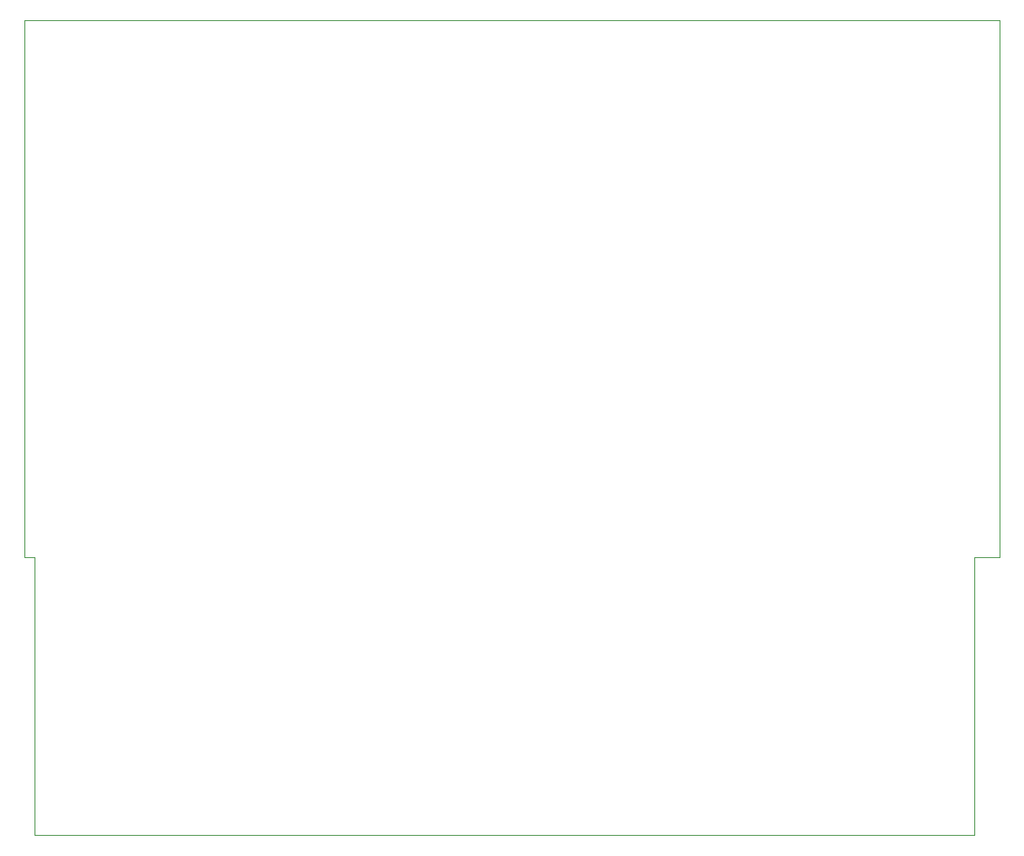
<source format=gbr>
%TF.GenerationSoftware,KiCad,Pcbnew,5.1.10-88a1d61d58~88~ubuntu18.04.1*%
%TF.CreationDate,2021-06-05T11:20:38+02:00*%
%TF.ProjectId,panel2,70616e65-6c32-42e6-9b69-6361645f7063,rev?*%
%TF.SameCoordinates,Original*%
%TF.FileFunction,Profile,NP*%
%FSLAX46Y46*%
G04 Gerber Fmt 4.6, Leading zero omitted, Abs format (unit mm)*
G04 Created by KiCad (PCBNEW 5.1.10-88a1d61d58~88~ubuntu18.04.1) date 2021-06-05 11:20:38*
%MOMM*%
%LPD*%
G01*
G04 APERTURE LIST*
%TA.AperFunction,Profile*%
%ADD10C,0.050000*%
%TD*%
G04 APERTURE END LIST*
D10*
X100000000Y-92000000D02*
X100000000Y-120000000D01*
X99000000Y-92000000D02*
X100000000Y-92000000D01*
X99000000Y-38000000D02*
X99000000Y-92000000D01*
X197000000Y-38000000D02*
X99000000Y-38000000D01*
X197000000Y-92000000D02*
X197000000Y-38000000D01*
X194500000Y-92000000D02*
X197000000Y-92000000D01*
X194500000Y-120000000D02*
X194500000Y-92000000D01*
X100000000Y-120000000D02*
X194500000Y-120000000D01*
M02*

</source>
